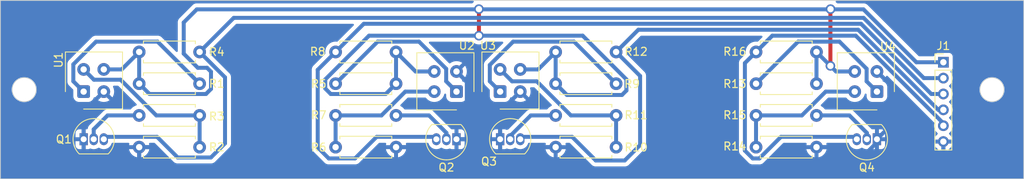
<source format=kicad_pcb>
(kicad_pcb (version 20221018) (generator pcbnew)
  (layers (0 "F.Cu" signal) (31 "B.Cu" signal) (34 "B.Paste" user) (35 "F.Paste" user) (36 "B.SilkS" user "B.Silkscreen") (37 "F.SilkS" user "F.Silkscreen") (38 "B.Mask" user) (39 "F.Mask" user) (44 "Edge.Cuts" user))
  (net 0 "")
  (net 1 "+5V")
  (net 2 "/S1")
  (net 3 "/S2")
  (net 4 "/S3")
  (net 5 "/S4")
  (net 6 "GND")
  (net 7 "Net-(Q1-B)")
  (net 8 "Net-(Q2-B)")
  (net 9 "Net-(Q3-B)")
  (net 10 "Net-(Q4-B)")
  (net 11 "Net-(U1-A)")
  (net 12 "Net-(U1-E)")
  (net 13 "Net-(U2-A)")
  (net 14 "Net-(U2-E)")
  (net 15 "Net-(U3-A)")
  (net 16 "Net-(U3-E)")
  (net 17 "Net-(U4-A)")
  (net 18 "Net-(U4-E)")
  (footprint "Resistor_THT:R_Axial_DIN0207_L6.3mm_D2.5mm_P7.62mm_Horizontal" (layer "F.Cu") (at 154.994 95.313)
    (fp_text reference "R9" (at 9.631 0.027) (layer "F.SilkS"))
    (fp_text value "R")
    (fp_line (start 0.54 -1.37) (end 7.08 -1.37) (stroke (width 0.12)) (layer "F.SilkS"))
    (fp_line (start 0.54 -1.04) (end 0.54 -1.37) (stroke (width 0.12)) (layer "F.SilkS"))
    (fp_line (start 0.54 1.04) (end 0.54 1.37) (stroke (width 0.12)) (layer "F.SilkS"))
    (fp_line (start 0.54 1.37) (end 7.08 1.37) (stroke (width 0.12)) (layer "F.SilkS"))
    (fp_line (start 7.08 -1.37) (end 7.08 -1.04) (stroke (width 0.12)) (layer "F.SilkS"))
    (fp_line (start 7.08 1.37) (end 7.08 1.04) (stroke (width 0.12)) (layer "F.SilkS"))
    (pad "1" thru_hole circle (at 0 0) (size 1.6 1.6) (drill 0.8) (layers "*.Cu" "*.Mask") (net 1 "+5V"))
    (pad "2" thru_hole oval (at 7.62 0) (size 1.6 1.6) (drill 0.8) (layers "*.Cu" "*.Mask") (net 15 "Net-(U3-A)"))
  )
  (footprint "Connector_PinHeader_2.00mm:PinHeader_1x06_P2.00mm_Vertical" (layer "F.Cu") (at 203.868 92.61)
    (fp_text reference "J1" (at 0 -2.06) (layer "F.SilkS"))
    (fp_text value "Out")
    (fp_line (start -1.06 -1.06) (end 0 -1.06) (stroke (width 0.12)) (layer "F.SilkS"))
    (fp_line (start -1.06 0) (end -1.06 -1.06) (stroke (width 0.12)) (layer "F.SilkS"))
    (fp_line (start -1.06 1) (end -1.06 11.06) (stroke (width 0.12)) (layer "F.SilkS"))
    (fp_line (start -1.06 1) (end 1.06 1) (stroke (width 0.12)) (layer "F.SilkS"))
    (fp_line (start -1.06 11.06) (end 1.06 11.06) (stroke (width 0.12)) (layer "F.SilkS"))
    (fp_line (start 1.06 1) (end 1.06 11.06) (stroke (width 0.12)) (layer "F.SilkS"))
    (pad "1" thru_hole rect (at 0 0) (size 1.35 1.35) (drill 0.8) (layers "*.Cu" "*.Mask") (net 1 "+5V"))
    (pad "2" thru_hole oval (at 0 2) (size 1.35 1.35) (drill 0.8) (layers "*.Cu" "*.Mask") (net 2 "/S1"))
    (pad "3" thru_hole oval (at 0 4) (size 1.35 1.35) (drill 0.8) (layers "*.Cu" "*.Mask") (net 3 "/S2"))
    (pad "4" thru_hole oval (at 0 6) (size 1.35 1.35) (drill 0.8) (layers "*.Cu" "*.Mask") (net 4 "/S3"))
    (pad "5" thru_hole oval (at 0 8) (size 1.35 1.35) (drill 0.8) (layers "*.Cu" "*.Mask") (net 5 "/S4"))
    (pad "6" thru_hole oval (at 0 10) (size 1.35 1.35) (drill 0.8) (layers "*.Cu" "*.Mask") (net 6 "GND"))
  )
  (footprint "Package_TO_SOT_THT:TO-92_Inline" (layer "F.Cu") (at 147.994 102.313)
    (fp_text reference "Q3" (at -1.403 2.806) (layer "F.SilkS"))
    (fp_text value "2N3904")
    (fp_line (start -0.53 1.85) (end 3.07 1.85) (stroke (width 0.12)) (layer "F.SilkS"))
    (fp_arc (start -0.568478 1.838478) (mid -1.132087 -0.994977) (end 1.27 -2.6) (stroke (width 0.12)) (layer "F.SilkS"))
    (fp_arc (start 1.27 -2.6) (mid 3.672087 -0.994977) (end 3.108478 1.838478) (stroke (width 0.12)) (layer "F.SilkS"))
    (pad "1" thru_hole rect (at 0 0) (size 1.05 1.5) (drill 0.75) (layers "*.Cu" "*.Mask") (net 6 "GND"))
    (pad "2" thru_hole oval (at 1.27 0) (size 1.05 1.5) (drill 0.75) (layers "*.Cu" "*.Mask") (net 9 "Net-(Q3-B)"))
    (pad "3" thru_hole oval (at 2.54 0) (size 1.05 1.5) (drill 0.75) (layers "*.Cu" "*.Mask") (net 4 "/S3"))
  )
  (footprint "Resistor_THT:R_Axial_DIN0207_L6.3mm_D2.5mm_P7.62mm_Horizontal" (layer "F.Cu") (at 127.254 99.313)
    (fp_text reference "R7" (at -2.126 -0.036) (layer "F.SilkS"))
    (fp_text value "R")
    (fp_line (start 0.54 -1.37) (end 7.08 -1.37) (stroke (width 0.12)) (layer "F.SilkS"))
    (fp_line (start 0.54 -1.04) (end 0.54 -1.37) (stroke (width 0.12)) (layer "F.SilkS"))
    (fp_line (start 0.54 1.04) (end 0.54 1.37) (stroke (width 0.12)) (layer "F.SilkS"))
    (fp_line (start 0.54 1.37) (end 7.08 1.37) (stroke (width 0.12)) (layer "F.SilkS"))
    (fp_line (start 7.08 -1.37) (end 7.08 -1.04) (stroke (width 0.12)) (layer "F.SilkS"))
    (fp_line (start 7.08 1.37) (end 7.08 1.04) (stroke (width 0.12)) (layer "F.SilkS"))
    (pad "1" thru_hole circle (at 0 0) (size 1.6 1.6) (drill 0.8) (layers "*.Cu" "*.Mask") (net 14 "Net-(U2-E)"))
    (pad "2" thru_hole oval (at 7.62 0) (size 1.6 1.6) (drill 0.8) (layers "*.Cu" "*.Mask") (net 8 "Net-(Q2-B)"))
  )
  (footprint "Resistor_THT:R_Axial_DIN0207_L6.3mm_D2.5mm_P7.62mm_Horizontal" (layer "F.Cu") (at 134.874 95.313 180)
    (fp_text reference "R5" (at 9.746 -0.027) (layer "F.SilkS"))
    (fp_text value "R")
    (fp_line (start 0.54 -1.37) (end 7.08 -1.37) (stroke (width 0.12)) (layer "F.SilkS"))
    (fp_line (start 0.54 -1.04) (end 0.54 -1.37) (stroke (width 0.12)) (layer "F.SilkS"))
    (fp_line (start 0.54 1.04) (end 0.54 1.37) (stroke (width 0.12)) (layer "F.SilkS"))
    (fp_line (start 0.54 1.37) (end 7.08 1.37) (stroke (width 0.12)) (layer "F.SilkS"))
    (fp_line (start 7.08 -1.37) (end 7.08 -1.04) (stroke (width 0.12)) (layer "F.SilkS"))
    (fp_line (start 7.08 1.37) (end 7.08 1.04) (stroke (width 0.12)) (layer "F.SilkS"))
    (pad "1" thru_hole circle (at 0 0 180) (size 1.6 1.6) (drill 0.8) (layers "*.Cu" "*.Mask") (net 1 "+5V"))
    (pad "2" thru_hole oval (at 7.62 0 180) (size 1.6 1.6) (drill 0.8) (layers "*.Cu" "*.Mask") (net 13 "Net-(U2-A)"))
  )
  (footprint "Resistor_THT:R_Axial_DIN0207_L6.3mm_D2.5mm_P7.62mm_Horizontal" (layer "F.Cu") (at 127.254 103.313)
    (fp_text reference "R6" (at -2.126 0.028) (layer "F.SilkS"))
    (fp_text value "R")
    (fp_line (start 0.54 -1.37) (end 7.08 -1.37) (stroke (width 0.12)) (layer "F.SilkS"))
    (fp_line (start 0.54 -1.04) (end 0.54 -1.37) (stroke (width 0.12)) (layer "F.SilkS"))
    (fp_line (start 0.54 1.04) (end 0.54 1.37) (stroke (width 0.12)) (layer "F.SilkS"))
    (fp_line (start 0.54 1.37) (end 7.08 1.37) (stroke (width 0.12)) (layer "F.SilkS"))
    (fp_line (start 7.08 -1.37) (end 7.08 -1.04) (stroke (width 0.12)) (layer "F.SilkS"))
    (fp_line (start 7.08 1.37) (end 7.08 1.04) (stroke (width 0.12)) (layer "F.SilkS"))
    (pad "1" thru_hole circle (at 0 0) (size 1.6 1.6) (drill 0.8) (layers "*.Cu" "*.Mask") (net 14 "Net-(U2-E)"))
    (pad "2" thru_hole oval (at 7.62 0) (size 1.6 1.6) (drill 0.8) (layers "*.Cu" "*.Mask") (net 6 "GND"))
  )
  (footprint "Package_TO_SOT_THT:TO-92_Inline" (layer "F.Cu") (at 95.494 102.313)
    (fp_text reference "Q1" (at -2.497 0.012) (layer "F.SilkS"))
    (fp_text value "2N3904")
    (fp_line (start -0.53 1.85) (end 3.07 1.85) (stroke (width 0.12)) (layer "F.SilkS"))
    (fp_arc (start -0.568478 1.838478) (mid -1.132087 -0.994977) (end 1.27 -2.6) (stroke (width 0.12)) (layer "F.SilkS"))
    (fp_arc (start 1.27 -2.6) (mid 3.672087 -0.994977) (end 3.108478 1.838478) (stroke (width 0.12)) (layer "F.SilkS"))
    (pad "1" thru_hole rect (at 0 0) (size 1.05 1.5) (drill 0.75) (layers "*.Cu" "*.Mask") (net 6 "GND"))
    (pad "2" thru_hole oval (at 1.27 0) (size 1.05 1.5) (drill 0.75) (layers "*.Cu" "*.Mask") (net 7 "Net-(Q1-B)"))
    (pad "3" thru_hole oval (at 2.54 0) (size 1.05 1.5) (drill 0.75) (layers "*.Cu" "*.Mask") (net 2 "/S1"))
  )
  (footprint "Resistor_THT:R_Axial_DIN0207_L6.3mm_D2.5mm_P7.62mm_Horizontal" (layer "F.Cu") (at 134.874 91.313 180)
    (fp_text reference "R8" (at 9.873 0.037) (layer "F.SilkS"))
    (fp_text value "R")
    (fp_line (start 0.54 -1.37) (end 7.08 -1.37) (stroke (width 0.12)) (layer "F.SilkS"))
    (fp_line (start 0.54 -1.04) (end 0.54 -1.37) (stroke (width 0.12)) (layer "F.SilkS"))
    (fp_line (start 0.54 1.04) (end 0.54 1.37) (stroke (width 0.12)) (layer "F.SilkS"))
    (fp_line (start 0.54 1.37) (end 7.08 1.37) (stroke (width 0.12)) (layer "F.SilkS"))
    (fp_line (start 7.08 -1.37) (end 7.08 -1.04) (stroke (width 0.12)) (layer "F.SilkS"))
    (fp_line (start 7.08 1.37) (end 7.08 1.04) (stroke (width 0.12)) (layer "F.SilkS"))
    (pad "1" thru_hole circle (at 0 0 180) (size 1.6 1.6) (drill 0.8) (layers "*.Cu" "*.Mask") (net 1 "+5V"))
    (pad "2" thru_hole oval (at 7.62 0 180) (size 1.6 1.6) (drill 0.8) (layers "*.Cu" "*.Mask") (net 3 "/S2"))
  )
  (footprint "Resistor_THT:R_Axial_DIN0207_L6.3mm_D2.5mm_P7.62mm_Horizontal" (layer "F.Cu") (at 180.254 99.313)
    (fp_text reference "R15" (at -2.675 -0.036) (layer "F.SilkS"))
    (fp_text value "R")
    (fp_line (start 0.54 -1.37) (end 7.08 -1.37) (stroke (width 0.12)) (layer "F.SilkS"))
    (fp_line (start 0.54 -1.04) (end 0.54 -1.37) (stroke (width 0.12)) (layer "F.SilkS"))
    (fp_line (start 0.54 1.04) (end 0.54 1.37) (stroke (width 0.12)) (layer "F.SilkS"))
    (fp_line (start 0.54 1.37) (end 7.08 1.37) (stroke (width 0.12)) (layer "F.SilkS"))
    (fp_line (start 7.08 -1.37) (end 7.08 -1.04) (stroke (width 0.12)) (layer "F.SilkS"))
    (fp_line (start 7.08 1.37) (end 7.08 1.04) (stroke (width 0.12)) (layer "F.SilkS"))
    (pad "1" thru_hole circle (at 0 0) (size 1.6 1.6) (drill 0.8) (layers "*.Cu" "*.Mask") (net 18 "Net-(U4-E)"))
    (pad "2" thru_hole oval (at 7.62 0) (size 1.6 1.6) (drill 0.8) (layers "*.Cu" "*.Mask") (net 10 "Net-(Q4-B)"))
  )
  (footprint "Resistor_THT:R_Axial_DIN0207_L6.3mm_D2.5mm_P7.62mm_Horizontal" (layer "F.Cu") (at 162.614 99.313 180)
    (fp_text reference "R11" (at -2.519 0.036) (layer "F.SilkS"))
    (fp_text value "R")
    (fp_line (start 0.54 -1.37) (end 7.08 -1.37) (stroke (width 0.12)) (layer "F.SilkS"))
    (fp_line (start 0.54 -1.04) (end 0.54 -1.37) (stroke (width 0.12)) (layer "F.SilkS"))
    (fp_line (start 0.54 1.04) (end 0.54 1.37) (stroke (width 0.12)) (layer "F.SilkS"))
    (fp_line (start 0.54 1.37) (end 7.08 1.37) (stroke (width 0.12)) (layer "F.SilkS"))
    (fp_line (start 7.08 -1.37) (end 7.08 -1.04) (stroke (width 0.12)) (layer "F.SilkS"))
    (fp_line (start 7.08 1.37) (end 7.08 1.04) (stroke (width 0.12)) (layer "F.SilkS"))
    (pad "1" thru_hole circle (at 0 0 180) (size 1.6 1.6) (drill 0.8) (layers "*.Cu" "*.Mask") (net 16 "Net-(U3-E)"))
    (pad "2" thru_hole oval (at 7.62 0 180) (size 1.6 1.6) (drill 0.8) (layers "*.Cu" "*.Mask") (net 9 "Net-(Q3-B)"))
  )
  (footprint "Resistor_THT:R_Axial_DIN0207_L6.3mm_D2.5mm_P7.62mm_Horizontal" (layer "F.Cu") (at 102.494 95.313)
    (fp_text reference "R1" (at 9.779 0) (layer "F.SilkS"))
    (fp_text value "R")
    (fp_line (start 0.54 -1.37) (end 7.08 -1.37) (stroke (width 0.12)) (layer "F.SilkS"))
    (fp_line (start 0.54 -1.04) (end 0.54 -1.37) (stroke (width 0.12)) (layer "F.SilkS"))
    (fp_line (start 0.54 1.04) (end 0.54 1.37) (stroke (width 0.12)) (layer "F.SilkS"))
    (fp_line (start 0.54 1.37) (end 7.08 1.37) (stroke (width 0.12)) (layer "F.SilkS"))
    (fp_line (start 7.08 -1.37) (end 7.08 -1.04) (stroke (width 0.12)) (layer "F.SilkS"))
    (fp_line (start 7.08 1.37) (end 7.08 1.04) (stroke (width 0.12)) (layer "F.SilkS"))
    (pad "1" thru_hole circle (at 0 0) (size 1.6 1.6) (drill 0.8) (layers "*.Cu" "*.Mask") (net 1 "+5V"))
    (pad "2" thru_hole oval (at 7.62 0) (size 1.6 1.6) (drill 0.8) (layers "*.Cu" "*.Mask") (net 11 "Net-(U1-A)"))
  )
  (footprint "Resistor_THT:R_Axial_DIN0207_L6.3mm_D2.5mm_P7.62mm_Horizontal" (layer "F.Cu") (at 110.114 99.313 180)
    (fp_text reference "R3" (at -2.159 -0.127) (layer "F.SilkS"))
    (fp_text value "R")
    (fp_line (start 0.54 -1.37) (end 7.08 -1.37) (stroke (width 0.12)) (layer "F.SilkS"))
    (fp_line (start 0.54 -1.04) (end 0.54 -1.37) (stroke (width 0.12)) (layer "F.SilkS"))
    (fp_line (start 0.54 1.04) (end 0.54 1.37) (stroke (width 0.12)) (layer "F.SilkS"))
    (fp_line (start 0.54 1.37) (end 7.08 1.37) (stroke (width 0.12)) (layer "F.SilkS"))
    (fp_line (start 7.08 -1.37) (end 7.08 -1.04) (stroke (width 0.12)) (layer "F.SilkS"))
    (fp_line (start 7.08 1.37) (end 7.08 1.04) (stroke (width 0.12)) (layer "F.SilkS"))
    (pad "1" thru_hole circle (at 0 0 180) (size 1.6 1.6) (drill 0.8) (layers "*.Cu" "*.Mask") (net 12 "Net-(U1-E)"))
    (pad "2" thru_hole oval (at 7.62 0 180) (size 1.6 1.6) (drill 0.8) (layers "*.Cu" "*.Mask") (net 7 "Net-(Q1-B)"))
  )
  (footprint "OptoDevice:Vishay_CNY70" (layer "F.Cu") (at 142.494 96.313 180)
    (fp_text reference "U2" (at -1.303 5.799) (layer "F.SilkS"))
    (fp_text value "CNY70")
    (fp_line (start -2.2 0) (end -2.2 4.9) (stroke (width 0.12)) (layer "F.SilkS"))
    (fp_line (start -2.2 4.9) (end 5 4.9) (stroke (width 0.12)) (layer "F.SilkS"))
    (fp_line (start 5 -2.3) (end 0 -2.3) (stroke (width 0.12)) (layer "F.SilkS"))
    (fp_line (start 5 4.9) (end 5 -2.3) (stroke (width 0.12)) (layer "F.SilkS"))
    (pad "1" thru_hole roundrect (at 0 0 180) (size 1.6 1.6) (drill 0.8) (layers "*.Cu" "*.Mask") (roundrect_rratio 0.156) (net 13 "Net-(U2-A)"))
    (pad "2" thru_hole circle (at 0 2.54 180) (size 1.6 1.6) (drill 0.8) (layers "*.Cu" "*.Mask") (net 6 "GND"))
    (pad "3" thru_hole circle (at 2.8 2.54 180) (size 1.6 1.6) (drill 0.8) (layers "*.Cu" "*.Mask") (net 1 "+5V"))
    (pad "4" thru_hole circle (at 2.8 0 180) (size 1.6 1.6) (drill 0.8) (layers "*.Cu" "*.Mask") (net 14 "Net-(U2-E)"))
  )
  (footprint "Resistor_THT:R_Axial_DIN0207_L6.3mm_D2.5mm_P7.62mm_Horizontal" (layer "F.Cu") (at 187.874 91.313 180)
    (fp_text reference "R16" (at 10.295 0.037) (layer "F.SilkS"))
    (fp_text value "R")
    (fp_line (start 0.54 -1.37) (end 7.08 -1.37) (stroke (width 0.12)) (layer "F.SilkS"))
    (fp_line (start 0.54 -1.04) (end 0.54 -1.37) (stroke (width 0.12)) (layer "F.SilkS"))
    (fp_line (start 0.54 1.04) (end 0.54 1.37) (stroke (width 0.12)) (layer "F.SilkS"))
    (fp_line (start 0.54 1.37) (end 7.08 1.37) (stroke (width 0.12)) (layer "F.SilkS"))
    (fp_line (start 7.08 -1.37) (end 7.08 -1.04) (stroke (width 0.12)) (layer "F.SilkS"))
    (fp_line (start 7.08 1.37) (end 7.08 1.04) (stroke (width 0.12)) (layer "F.SilkS"))
    (pad "1" thru_hole circle (at 0 0 180) (size 1.6 1.6) (drill 0.8) (layers "*.Cu" "*.Mask") (net 1 "+5V"))
    (pad "2" thru_hole oval (at 7.62 0 180) (size 1.6 1.6) (drill 0.8) (layers "*.Cu" "*.Mask") (net 5 "/S4"))
  )
  (footprint "OptoDevice:Vishay_CNY70" (layer "F.Cu") (at 147.994 96.313 90)
    (fp_text reference "U3" (at 5.799 -1.53 180) (layer "F.SilkS"))
    (fp_text value "CNY70")
    (fp_line (start -2.2 0) (end -2.2 4.9) (stroke (width 0.12)) (layer "F.SilkS"))
    (fp_line (start -2.2 4.9) (end 5 4.9) (stroke (width 0.12)) (layer "F.SilkS"))
    (fp_line (start 5 -2.3) (end 0 -2.3) (stroke (width 0.12)) (layer "F.SilkS"))
    (fp_line (start 5 4.9) (end 5 -2.3) (stroke (width 0.12)) (layer "F.SilkS"))
    (pad "1" thru_hole roundrect (at 0 0 90) (size 1.6 1.6) (drill 0.8) (layers "*.Cu" "*.Mask") (roundrect_rratio 0.156) (net 15 "Net-(U3-A)"))
    (pad "2" thru_hole circle (at 0 2.54 90) (size 1.6 1.6) (drill 0.8) (layers "*.Cu" "*.Mask") (net 6 "GND"))
    (pad "3" thru_hole circle (at 2.8 2.54 90) (size 1.6 1.6) (drill 0.8) (layers "*.Cu" "*.Mask") (net 1 "+5V"))
    (pad "4" thru_hole circle (at 2.8 0 90) (size 1.6 1.6) (drill 0.8) (layers "*.Cu" "*.Mask") (net 16 "Net-(U3-E)"))
  )
  (footprint "Resistor_THT:R_Axial_DIN0207_L6.3mm_D2.5mm_P7.62mm_Horizontal" (layer "F.Cu") (at 154.994 91.313)
    (fp_text reference "R12" (at 10.139 -0.037) (layer "F.SilkS"))
    (fp_text value "R")
    (fp_line (start 0.54 -1.37) (end 7.08 -1.37) (stroke (width 0.12)) (layer "F.SilkS"))
    (fp_line (start 0.54 -1.04) (end 0.54 -1.37) (stroke (width 0.12)) (layer "F.SilkS"))
    (fp_line (start 0.54 1.04) (end 0.54 1.37) (stroke (width 0.12)) (layer "F.SilkS"))
    (fp_line (start 0.54 1.37) (end 7.08 1.37) (stroke (width 0.12)) (layer "F.SilkS"))
    (fp_line (start 7.08 -1.37) (end 7.08 -1.04) (stroke (width 0.12)) (layer "F.SilkS"))
    (fp_line (start 7.08 1.37) (end 7.08 1.04) (stroke (width 0.12)) (layer "F.SilkS"))
    (pad "1" thru_hole circle (at 0 0) (size 1.6 1.6) (drill 0.8) (layers "*.Cu" "*.Mask") (net 1 "+5V"))
    (pad "2" thru_hole oval (at 7.62 0) (size 1.6 1.6) (drill 0.8) (layers "*.Cu" "*.Mask") (net 4 "/S3"))
  )
  (footprint "Package_TO_SOT_THT:TO-92_Inline" (layer "F.Cu") (at 142.494 102.313 180)
    (fp_text reference "Q2" (at 1.27 -3.56) (layer "F.SilkS"))
    (fp_text value "2N3904")
    (fp_line (start -0.53 1.85) (end 3.07 1.85) (stroke (width 0.12)) (layer "F.SilkS"))
    (fp_arc (start -0.568478 1.838478) (mid -1.132087 -0.994977) (end 1.27 -2.6) (stroke (width 0.12)) (layer "F.SilkS"))
    (fp_arc (start 1.27 -2.6) (mid 3.672087 -0.994977) (end 3.108478 1.838478) (stroke (width 0.12)) (layer "F.SilkS"))
    (pad "1" thru_hole rect (at 0 0 180) (size 1.05 1.5) (drill 0.75) (layers "*.Cu" "*.Mask") (net 6 "GND"))
    (pad "2" thru_hole oval (at 1.27 0 180) (size 1.05 1.5) (drill 0.75) (layers "*.Cu" "*.Mask") (net 8 "Net-(Q2-B)"))
    (pad "3" thru_hole oval (at 2.54 0 180) (size 1.05 1.5) (drill 0.75) (layers "*.Cu" "*.Mask") (net 3 "/S2"))
  )
  (footprint "Resistor_THT:R_Axial_DIN0207_L6.3mm_D2.5mm_P7.62mm_Horizontal" (layer "F.Cu") (at 187.874 95.313 180)
    (fp_text reference "R13" (at 10.295 -0.027) (layer "F.SilkS"))
    (fp_text value "R")
    (fp_line (start 0.54 -1.37) (end 7.08 -1.37) (stroke (width 0.12)) (layer "F.SilkS"))
    (fp_line (start 0.54 -1.04) (end 0.54 -1.37) (stroke (width 0.12)) (layer "F.SilkS"))
    (fp_line (start 0.54 1.04) (end 0.54 1.37) (stroke (width 0.12)) (layer "F.SilkS"))
    (fp_line (start 0.54 1.37) (end 7.08 1.37) (stroke (width 0.12)) (layer "F.SilkS"))
    (fp_line (start 7.08 -1.37) (end 7.08 -1.04) (stroke (width 0.12)) (layer "F.SilkS"))
    (fp_line (start 7.08 1.37) (end 7.08 1.04) (stroke (width 0.12)) (layer "F.SilkS"))
    (pad "1" thru_hole circle (at 0 0 180) (size 1.6 1.6) (drill 0.8) (layers "*.Cu" "*.Mask") (net 1 "+5V"))
    (pad "2" thru_hole oval (at 7.62 0 180) (size 1.6 1.6) (drill 0.8) (layers "*.Cu" "*.Mask") (net 17 "Net-(U4-A)"))
  )
  (footprint "Resistor_THT:R_Axial_DIN0207_L6.3mm_D2.5mm_P7.62mm_Horizontal" (layer "F.Cu") (at 102.494 91.313)
    (fp_text reference "R4" (at 9.779 0) (layer "F.SilkS"))
    (fp_text value "R")
    (fp_line (start 0.54 -1.37) (end 7.08 -1.37) (stroke (width 0.12)) (layer "F.SilkS"))
    (fp_line (start 0.54 -1.04) (end 0.54 -1.37) (stroke (width 0.12)) (layer "F.SilkS"))
    (fp_line (start 0.54 1.04) (end 0.54 1.37) (stroke (width 0.12)) (layer "F.SilkS"))
    (fp_line (start 0.54 1.37) (end 7.08 1.37) (stroke (width 0.12)) (layer "F.SilkS"))
    (fp_line (start 7.08 -1.37) (end 7.08 -1.04) (stroke (width 0.12)) (layer "F.SilkS"))
    (fp_line (start 7.08 1.37) (end 7.08 1.04) (stroke (width 0.12)) (layer "F.SilkS"))
    (pad "1" thru_hole circle (at 0 0) (size 1.6 1.6) (drill 0.8) (layers "*.Cu" "*.Mask") (net 1 "+5V"))
    (pad "2" thru_hole oval (at 7.62 0) (size 1.6 1.6) (drill 0.8) (layers "*.Cu" "*.Mask") (net 2 "/S1"))
  )
  (footprint "OptoDevice:Vishay_CNY70" (layer "F.Cu") (at 95.494 96.313 90)
    (fp_text reference "U1" (at 3.984 -3.165 90) (layer "F.SilkS"))
    (fp_text value "CNY70")
    (fp_line (start -2.2 0) (end -2.2 4.9) (stroke (width 0.12)) (layer "F.SilkS"))
    (fp_line (start -2.2 4.9) (end 5 4.9) (stroke (width 0.12)) (layer "F.SilkS"))
    (fp_line (start 5 -2.3) (end 0 -2.3) (stroke (width 0.12)) (layer "F.SilkS"))
    (fp_line (start 5 4.9) (end 5 -2.3) (stroke (width 0.12)) (layer "F.SilkS"))
    (pad "1" thru_hole roundrect (at 0 0 90) (size 1.6 1.6) (drill 0.8) (layers "*.Cu" "*.Mask") (roundrect_rratio 0.156) (net 11 "Net-(U1-A)"))
    (pad "2" thru_hole circle (at 0 2.54 90) (size 1.6 1.6) (drill 0.8) (layers "*.Cu" "*.Mask") (net 6 "GND"))
    (pad "3" thru_hole circle (at 2.8 2.54 90) (size 1.6 1.6) (drill 0.8) (layers "*.Cu" "*.Mask") (net 1 "+5V"))
    (pad "4" thru_hole circle (at 2.8 0 90) (size 1.6 1.6) (drill 0.8) (layers "*.Cu" "*.Mask") (net 12 "Net-(U1-E)"))
  )
  (footprint "Resistor_THT:R_Axial_DIN0207_L6.3mm_D2.5mm_P7.62mm_Horizontal" (layer "F.Cu") (at 162.614 103.313 180)
    (fp_text reference "R10" (at -2.519 -0.028) (layer "F.SilkS"))
    (fp_text value "R")
    (fp_line (start 0.54 -1.37) (end 7.08 -1.37) (stroke (width 0.12)) (layer "F.SilkS"))
    (fp_line (start 0.54 -1.04) (end 0.54 -1.37) (stroke (width 0.12)) (layer "F.SilkS"))
    (fp_line (start 0.54 1.04) (end 0.54 1.37) (stroke (width 0.12)) (layer "F.SilkS"))
    (fp_line (start 0.54 1.37) (end 7.08 1.37) (stroke (width 0.12)) (layer "F.SilkS"))
    (fp_line (start 7.08 -1.37) (end 7.08 -1.04) (stroke (width 0.12)) (layer "F.SilkS"))
    (fp_line (start 7.08 1.37) (end 7.08 1.04) (stroke (width 0.12)) (layer "F.SilkS"))
    (pad "1" thru_hole circle (at 0 0 180) (size 1.6 1.6) (drill 0.8) (layers "*.Cu" "*.Mask") (net 16 "Net-(U3-E)"))
    (pad "2" thru_hole oval (at 7.62 0 180) (size 1.6 1.6) (drill 0.8) (layers "*.Cu" "*.Mask") (net 6 "GND"))
  )
  (footprint "Resistor_THT:R_Axial_DIN0207_L6.3mm_D2.5mm_P7.62mm_Horizontal" (layer "F.Cu") (at 110.114 103.313 180)
    (fp_text reference "R2" (at -2.159 0) (layer "F.SilkS"))
    (fp_text value "R")
    (fp_line (start 0.54 -1.37) (end 7.08 -1.37) (stroke (width 0.12)) (layer "F.SilkS"))
    (fp_line (start 0.54 -1.04) (end 0.54 -1.37) (stroke (width 0.12)) (layer "F.SilkS"))
    (fp_line (start 0.54 1.04) (end 0.54 1.37) (stroke (width 0.12)) (layer "F.SilkS"))
    (fp_line (start 0.54 1.37) (end 7.08 1.37) (stroke (width 0.12)) (layer "F.SilkS"))
    (fp_line (start 7.08 -1.37) (end 7.08 -1.04) (stroke (width 0.12)) (layer "F.SilkS"))
    (fp_line (start 7.08 1.37) (end 7.08 1.04) (stroke (width 0.12)) (layer "F.SilkS"))
    (pad "1" thru_hole circle (at 0 0 180) (size 1.6 1.6) (drill 0.8) (layers "*.Cu" "*.Mask") (net 12 "Net-(U1-E)"))
    (pad "2" thru_hole oval (at 7.62 0 180) (size 1.6 1.6) (drill 0.8) (layers "*.Cu" "*.Mask") (net 6 "GND"))
  )
  (footprint "Package_TO_SOT_THT:TO-92_Inline" (layer "F.Cu") (at 195.494 102.313 180)
    (fp_text reference "Q4" (at 1.27 -3.56) (layer "F.SilkS"))
    (fp_text value "2N3904")
    (fp_line (start -0.53 1.85) (end 3.07 1.85) (stroke (width 0.12)) (layer "F.SilkS"))
    (fp_arc (start -0.568478 1.838478) (mid -1.132087 -0.994977) (end 1.27 -2.6) (stroke (width 0.12)) (layer "F.SilkS"))
    (fp_arc (start 1.27 -2.6) (mid 3.672087 -0.994977) (end 3.108478 1.838478) (stroke (width 0.12)) (layer "F.SilkS"))
    (pad "1" thru_hole rect (at 0 0 180) (size 1.05 1.5) (drill 0.75) (layers "*.Cu" "*.Mask") (net 6 "GND"))
    (pad "2" thru_hole oval (at 1.27 0 180) (size 1.05 1.5) (drill 0.75) (layers "*.Cu" "*.Mask") (net 10 "Net-(Q4-B)"))
    (pad "3" thru_hole oval (at 2.54 0 180) (size 1.05 1.5) (drill 0.75) (layers "*.Cu" "*.Mask") (net 5 "/S4"))
  )
  (footprint "Resistor_THT:R_Axial_DIN0207_L6.3mm_D2.5mm_P7.62mm_Horizontal" (layer "F.Cu") (at 180.254 103.313)
    (fp_text reference "R14" (at -2.675 -0.099) (layer "F.SilkS"))
    (fp_text value "R")
    (fp_line (start 0.54 -1.37) (end 7.08 -1.37) (stroke (width 0.12)) (layer "F.SilkS"))
    (fp_line (start 0.54 -1.04) (end 0.54 -1.37) (stroke (width 0.12)) (layer "F.SilkS"))
    (fp_line (start 0.54 1.04) (end 0.54 1.37) (stroke (width 0.12)) (layer "F.SilkS"))
    (fp_line (start 0.54 1.37) (end 7.08 1.37) (stroke (width 0.12)) (layer "F.SilkS"))
    (fp_line (start 7.08 -1.37) (end 7.08 -1.04) (stroke (width 0.12)) (layer "F.SilkS"))
    (fp_line (start 7.08 1.37) (end 7.08 1.04) (stroke (width 0.12)) (layer "F.SilkS"))
    (pad "1" thru_hole circle (at 0 0) (size 1.6 1.6) (drill 0.8) (layers "*.Cu" "*.Mask") (net 18 "Net-(U4-E)"))
    (pad "2" thru_hole oval (at 7.62 0) (size 1.6 1.6) (drill 0.8) (layers "*.Cu" "*.Mask") (net 6 "GND"))
  )
  (footprint "OptoDevice:Vishay_CNY70" (layer "F.Cu") (at 195.494 96.313 180)
    (fp_text reference "U4" (at -1.389 5.672) (layer "F.SilkS"))
    (fp_text value "CNY70")
    (fp_line (start -2.2 0) (end -2.2 4.9) (stroke (width 0.12)) (layer "F.SilkS"))
    (fp_line (start -2.2 4.9) (end 5 4.9) (stroke (width 0.12)) (layer "F.SilkS"))
    (fp_line (start 5 -2.3) (end 0 -2.3) (stroke (width 0.12)) (layer "F.SilkS"))
    (fp_line (start 5 4.9) (end 5 -2.3) (stroke (width 0.12)) (layer "F.SilkS"))
    (pad "1" thru_hole roundrect (at 0 0 180) (size 1.6 1.6) (drill 0.8) (layers "*.Cu" "*.Mask") (roundrect_rratio 0.156) (net 17 "Net-(U4-A)"))
    (pad "2" thru_hole circle (at 0 2.54 180) (size 1.6 1.6) (drill 0.8) (layers "*.Cu" "*.Mask") (net 6 "GND"))
    (pad "3" thru_hole circle (at 2.8 2.54 180) (size 1.6 1.6) (drill 0.8) (layers "*.Cu" "*.Mask") (net 1 "+5V"))
    (pad "4" thru_hole circle (at 2.8 0 180) (size 1.6 1.6) (drill 0.8) (layers "*.Cu" "*.Mask") (net 18 "Net-(U4-E)"))
  )
  (gr_rect (start 85 84.813) (end 214 107.313) (stroke (width 0.1)) (fill none) (layer "Edge.Cuts"))
  (gr_circle (center 88 96.063) (end 89.52 96.063) (stroke (width 0.1)) (fill none) (layer "Edge.Cuts"))
  (gr_circle (center 210 96.063) (end 211.52 96.063) (stroke (width 0.1)) (fill none) (layer "Edge.Cuts"))
  (segment (start 189.6295 93.0685) (end 189.6295 85.928) (width 0.5) (layer "F.Cu") (net 1))
  (segment (start 189.6295 85.928) (end 189.644 85.9135) (width 0.5) (layer "F.Cu") (net 1))
  (segment (start 145.321 89.263) (end 145.321 85.9135) (width 0.5) (layer "F.Cu") (net 1))
  (via (at 145.321 89.263) (size 1.2) (drill 0.8) (layers "F.Cu" "B.Cu") (net 1))
  (via (at 145.321 85.9135) (size 1.2) (drill 0.8) (layers "F.Cu" "B.Cu") (net 1))
  (via (at 189.644 85.9135) (size 1.2) (drill 0.8) (layers "F.Cu" "B.Cu") (net 1))
  (via (at 189.6295 93.0685) (size 1.2) (drill 0.8) (layers "F.Cu" "B.Cu") (net 1))
  (segment (start 102.494 95.313) (end 103.794 96.613) (width 0.5) (layer "B.Cu") (net 1))
  (segment (start 108.11 91.53) (end 108.11 87.593) (width 0.5) (layer "B.Cu") (net 1))
  (segment (start 111.04834 93.308) (end 109.888 93.308) (width 0.5) (layer "B.Cu") (net 1))
  (segment (start 152.794 93.513) (end 154.994 91.313) (width 0.5) (layer "B.Cu") (net 1))
  (segment (start 163.914 96.174522) (end 163.351522 96.737) (width 0.5) (layer "B.Cu") (net 1))
  (segment (start 102.494 91.313) (end 102.494 95.313) (width 0.5) (layer "B.Cu") (net 1))
  (segment (start 100.294 93.513) (end 102.494 91.313) (width 0.5) (layer "B.Cu") (net 1))
  (segment (start 193.79732 85.942) (end 200.46532 92.61) (width 0.5) (layer "B.Cu") (net 1))
  (segment (start 125.954 94.774522) (end 131.465522 89.263) (width 0.5) (layer "B.Cu") (net 1))
  (segment (start 111.54767 93.80733) (end 111.04834 93.308) (width 0.5) (layer "B.Cu") (net 1))
  (segment (start 111.54767 95.97833) (end 111.54767 93.80733) (width 0.5) (layer "B.Cu") (net 1))
  (segment (start 189.644 85.942) (end 189.644 85.9135) (width 0.5) (layer "B.Cu") (net 1))
  (segment (start 110.913 96.613) (end 111.54767 95.97833) (width 0.5) (layer "B.Cu") (net 1))
  (segment (start 98.034 93.513) (end 100.294 93.513) (width 0.5) (layer "B.Cu") (net 1))
  (segment (start 131.465522 89.263) (end 158.402478 89.263) (width 0.5) (layer "B.Cu") (net 1))
  (segment (start 156.418 96.737) (end 154.994 95.313) (width 0.5) (layer "B.Cu") (net 1))
  (segment (start 150.534 93.513) (end 152.794 93.513) (width 0.5) (layer "B.Cu") (net 1))
  (segment (start 189.644 85.942) (end 193.79732 85.942) (width 0.5) (layer "B.Cu") (net 1))
  (segment (start 163.351522 96.737) (end 156.418 96.737) (width 0.5) (layer "B.Cu") (net 1))
  (segment (start 133.574 96.613) (end 126.643 96.613) (width 0.5) (layer "B.Cu") (net 1))
  (segment (start 187.874 91.313) (end 187.874 95.313) (width 0.5) (layer "B.Cu") (net 1))
  (segment (start 200.46532 92.61) (end 203.868 92.61) (width 0.5) (layer "B.Cu") (net 1))
  (segment (start 192.694 93.773) (end 190.334 93.773) (width 0.5) (layer "B.Cu") (net 1))
  (segment (start 134.874 91.313) (end 134.874 95.313) (width 0.5) (layer "B.Cu") (net 1))
  (segment (start 139.694 93.773) (end 137.334 93.773) (width 0.5) (layer "B.Cu") (net 1))
  (segment (start 154.994 91.313) (end 154.994 95.313) (width 0.5) (layer "B.Cu") (net 1))
  (segment (start 108.11 87.593) (end 109.761 85.942) (width 0.5) (layer "B.Cu") (net 1))
  (segment (start 134.874 95.313) (end 133.574 96.613) (width 0.5) (layer "B.Cu") (net 1))
  (segment (start 126.643 96.613) (end 125.954 95.924) (width 0.5) (layer "B.Cu") (net 1))
  (segment (start 145.321 85.942) (end 145.321 85.9135) (width 0.5) (layer "B.Cu") (net 1))
  (segment (start 137.334 93.773) (end 134.874 91.313) (width 0.5) (layer "B.Cu") (net 1))
  (segment (start 190.334 93.773) (end 187.874 91.313) (width 0.5) (layer "B.Cu") (net 1))
  (segment (start 158.402478 89.263) (end 163.914 94.774522) (width 0.5) (layer "B.Cu") (net 1))
  (segment (start 125.954 95.924) (end 125.954 94.774522) (width 0.5) (layer "B.Cu") (net 1))
  (segment (start 163.914 94.774522) (end 163.914 96.174522) (width 0.5) (layer "B.Cu") (net 1))
  (segment (start 109.761 85.942) (end 145.321 85.942) (width 0.5) (layer "B.Cu") (net 1))
  (segment (start 109.888 93.308) (end 108.11 91.53) (width 0.5) (layer "B.Cu") (net 1))
  (segment (start 103.794 96.613) (end 110.913 96.613) (width 0.5) (layer "B.Cu") (net 1))
  (segment (start 145.321 85.942) (end 189.644 85.942) (width 0.5) (layer "B.Cu") (net 1))
  (segment (start 201.40466 94.61) (end 203.868 94.61) (width 0.5) (layer "B.Cu") (net 2))
  (segment (start 114.414 87.013) (end 193.80766 87.013) (width 0.5) (layer "B.Cu") (net 2))
  (segment (start 98.034 102.313) (end 98.334 102.013) (width 0.5) (layer "B.Cu") (net 2))
  (segment (start 111.539239 104.613) (end 113.317 102.835239) (width 0.5) (layer "B.Cu") (net 2))
  (segment (start 110.114 91.313) (end 114.414 87.013) (width 0.5) (layer "B.Cu") (net 2))
  (segment (start 98.334 102.013) (end 104.75 102.013) (width 0.5) (layer "B.Cu") (net 2))
  (segment (start 193.80766 87.013) (end 201.40466 94.61) (width 0.5) (layer "B.Cu") (net 2))
  (segment (start 104.75 102.013) (end 107.35 104.613) (width 0.5) (layer "B.Cu") (net 2))
  (segment (start 107.35 104.613) (end 111.539239 104.613) (width 0.5) (layer "B.Cu") (net 2))
  (segment (start 113.317 94.516) (end 110.114 91.313) (width 0.5) (layer "B.Cu") (net 2))
  (segment (start 113.317 102.835239) (end 113.317 94.516) (width 0.5) (layer "B.Cu") (net 2))
  (segment (start 126.398 104.738) (end 125.001 103.341) (width 0.5) (layer "B.Cu") (net 3))
  (segment (start 127.254 91.313) (end 130.804 87.763) (width 0.5) (layer "B.Cu") (net 3))
  (segment (start 130.804 87.763) (end 193.497 87.763) (width 0.5) (layer "B.Cu") (net 3))
  (segment (start 125.001 93.566) (end 127.254 91.313) (width 0.5) (layer "B.Cu") (net 3))
  (segment (start 129.7 104.738) (end 126.398 104.738) (width 0.5) (layer "B.Cu") (net 3))
  (segment (start 139.654 102.013) (end 132.425 102.013) (width 0.5) (layer "B.Cu") (net 3))
  (segment (start 202.344 96.61) (end 203.868 96.61) (width 0.5) (layer "B.Cu") (net 3))
  (segment (start 132.425 102.013) (end 129.7 104.738) (width 0.5) (layer "B.Cu") (net 3))
  (segment (start 139.954 102.313) (end 139.654 102.013) (width 0.5) (layer "B.Cu") (net 3))
  (segment (start 125.001 103.341) (end 125.001 93.566) (width 0.5) (layer "B.Cu") (net 3))
  (segment (start 193.497 87.763) (end 202.344 96.61) (width 0.5) (layer "B.Cu") (net 3))
  (segment (start 165.414 88.513) (end 193.133138 88.513) (width 0.5) (layer "B.Cu") (net 4))
  (segment (start 157.074 102.013) (end 160.053 104.992) (width 0.5) (layer "B.Cu") (net 4))
  (segment (start 150.834 102.013) (end 157.074 102.013) (width 0.5) (layer "B.Cu") (net 4))
  (segment (start 163.699239 104.992) (end 165.641 103.050239) (width 0.5) (layer "B.Cu") (net 4))
  (segment (start 162.614 91.313) (end 165.414 88.513) (width 0.5) (layer "B.Cu") (net 4))
  (segment (start 165.641 94.34) (end 162.614 91.313) (width 0.5) (layer "B.Cu") (net 4))
  (segment (start 193.133138 88.513) (end 203.230138 98.61) (width 0.5) (layer "B.Cu") (net 4))
  (segment (start 203.230138 98.61) (end 203.868 98.61) (width 0.5) (layer "B.Cu") (net 4))
  (segment (start 150.534 102.313) (end 150.834 102.013) (width 0.5) (layer "B.Cu") (net 4))
  (segment (start 165.641 103.050239) (end 165.641 94.34) (width 0.5) (layer "B.Cu") (net 4))
  (segment (start 160.053 104.992) (end 163.699239 104.992) (width 0.5) (layer "B.Cu") (net 4))
  (segment (start 192.654 102.013) (end 183.392478 102.013) (width 0.5) (layer "B.Cu") (net 5))
  (segment (start 179.840522 104.738) (end 178.849 103.746478) (width 0.5) (layer "B.Cu") (net 5))
  (segment (start 203.868 100.308522) (end 203.868 100.61) (width 0.5) (layer "B.Cu") (net 5))
  (segment (start 182.304 89.263) (end 192.822478 89.263) (width 0.5) (layer "B.Cu") (net 5))
  (segment (start 180.254 91.313) (end 182.304 89.263) (width 0.5) (layer "B.Cu") (net 5))
  (segment (start 178.849 92.718) (end 180.254 91.313) (width 0.5) (layer "B.Cu") (net 5))
  (segment (start 180.667478 104.738) (end 179.840522 104.738) (width 0.5) (layer "B.Cu") (net 5))
  (segment (start 178.849 103.746478) (end 178.849 92.718) (width 0.5) (layer "B.Cu") (net 5))
  (segment (start 192.822478 89.263) (end 203.868 100.308522) (width 0.5) (layer "B.Cu") (net 5))
  (segment (start 192.954 102.313) (end 192.654 102.013) (width 0.5) (layer "B.Cu") (net 5))
  (segment (start 183.392478 102.013) (end 180.667478 104.738) (width 0.5) (layer "B.Cu") (net 5))
  (segment (start 191.389 104.521) (end 193.690569 104.521) (width 0.5) (layer "B.Cu") (net 6))
  (segment (start 202.614 105.742) (end 190.279 105.742) (width 0.5) (layer "B.Cu") (net 6))
  (segment (start 142.190785 104.112999) (end 137.273997 104.112999) (width 0.5) (layer "B.Cu") (net 6))
  (segment (start 193.690569 104.521) (end 195.494 102.717569) (width 0.5) (layer "B.Cu") (net 6))
  (segment (start 95.494 104.384) (end 96.901 105.791) (width 0.5) (layer "B.Cu") (net 6))
  (segment (start 101.727 105.791) (end 102.494 105.024) (width 0.5) (layer "B.Cu") (net 6))
  (segment (start 195.494 102.313) (end 197.231 100.576) (width 0.5) (layer "B.Cu") (net 6))
  (segment (start 197.231 95.51) (end 195.494 93.773) (width 0.5) (layer "B.Cu") (net 6))
  (segment (start 149.013999 104.112999) (end 148.181999 104.112999) (width 0.5) (layer "B.Cu") (net 6))
  (segment (start 102.494 105.024) (end 102.494 103.313) (width 0.5) (layer "B.Cu") (net 6))
  (segment (start 137.32 105.742) (end 106.504 105.742) (width 0.5) (layer "B.Cu") (net 6))
  (segment (start 147.994 102.313) (end 147.994 98.853) (width 0.5) (layer "B.Cu") (net 6))
  (segment (start 143.686 102.313) (end 143.794 102.205) (width 0.5) (layer "B.Cu") (net 6))
  (segment (start 189.722 106.299) (end 151.212 106.299) (width 0.5) (layer "B.Cu") (net 6))
  (segment (start 190.279 105.631) (end 191.389 104.521) (width 0.5) (layer "B.Cu") (net 6))
  (segment (start 187.874 103.313) (end 190.181 103.313) (width 0.5) (layer "B.Cu") (net 6))
  (segment (start 151.212 106.299) (end 150.655 105.742) (width 0.5) (layer "B.Cu") (net 6))
  (segment (start 149.025999 104.112999) (end 150.655 105.742) (width 0.5) (layer "B.Cu") (net 6))
  (segment (start 142.494 102.313) (end 142.494 103.809784) (width 0.5) (layer "B.Cu") (net 6))
  (segment (start 152.173001 104.112999) (end 149.013999 104.112999) (width 0.5) (layer "B.Cu") (net 6))
  (segment (start 95.494 102.313) (end 95.494 98.853) (width 0.5) (layer "B.Cu") (net 6))
  (segment (start 104.075 103.313) (end 102.494 103.313) (width 0.5) (layer "B.Cu") (net 6))
  (segment (start 137.273997 104.112999) (end 136.473998 103.313) (width 0.5) (layer "B.Cu") (net 6))
  (segment (start 190.279 105.742) (end 190.279 105.631) (width 0.5) (layer "B.Cu") (net 6))
  (segment (start 150.655 105.742) (end 138.938 105.742) (width 0.5) (layer "B.Cu") (net 6))
  (segment (start 190.181 103.313) (end 191.389 104.521) (width 0.5) (layer "B.Cu") (net 6))
  (segment (start 142.494 103.809784) (end 142.190785 104.112999) (width 0.5) (layer "B.Cu") (net 6))
  (segment (start 143.794 102.205) (end 143.794 95.073) (width 0.5) (layer "B.Cu") (net 6))
  (segment (start 147.994 103.925) (end 147.994 102.313) (width 0.5) (layer "B.Cu") (net 6))
  (segment (start 147.994 98.853) (end 150.534 96.313) (width 0.5) (layer "B.Cu") (net 6))
  (segment (start 106.504 105.742) (end 104.075 103.313) (width 0.5) (layer "B.Cu") (net 6))
  (segment (start 137.273997 104.112999) (end 137.308999 104.112999) (width 0.5) (layer "B.Cu") (net 6))
  (segment (start 152.973 103.313) (end 152.173001 104.112999) (width 0.5) (layer "B.Cu") (net 6))
  (segment (start 154.994 103.313) (end 152.973 103.313) (width 0.5) (layer "B.Cu") (net 6))
  (segment (start 96.901 105.791) (end 101.727 105.791) (width 0.5) (layer "B.Cu") (net 6))
  (segment (start 143.794 95.073) (end 142.494 93.773) (width 0.5) (layer "B.Cu") (net 6))
  (segment (start 138.938 105.742) (end 137.32 105.742) (width 0.5) (layer "B.Cu") (net 6))
  (segment (start 195.494 102.717569) (end 195.494 102.313) (width 0.5) (layer "B.Cu") (net 6))
  (segment (start 197.231 100.576) (end 197.231 95.51) (width 0.5) (layer "B.Cu") (net 6))
  (segment (start 136.473998 103.313) (end 134.874 103.313) (width 0.5) (layer "B.Cu") (net 6))
  (segment (start 149.013999 104.112999) (end 149.025999 104.112999) (width 0.5) (layer "B.Cu") (net 6))
  (segment (start 148.181999 104.112999) (end 147.994 103.925) (width 0.5) (layer "B.Cu") (net 6))
  (segment (start 95.494 98.853) (end 98.034 96.313) (width 0.5) (layer "B.Cu") (net 6))
  (segment (start 95.494 102.313) (end 95.494 104.384) (width 0.5) (layer "B.Cu") (net 6))
  (segment (start 142.494 102.313) (end 143.686 102.313) (width 0.5) (layer "B.Cu") (net 6))
  (segment (start 203.868 102.61) (end 203.868 104.488) (width 0.5) (layer "B.Cu") (net 6))
  (segment (start 137.308999 104.112999) (end 138.938 105.742) (width 0.5) (layer "B.Cu") (net 6))
  (segment (start 190.279 105.742) (end 189.722 106.299) (width 0.5) (layer "B.Cu") (net 6))
  (segment (start 203.868 104.488) (end 202.614 105.742) (width 0.5) (layer "B.Cu") (net 6))
  (segment (start 96.764 101.063) (end 98.514 99.313) (width 0.5) (layer "B.Cu") (net 7))
  (segment (start 96.764 102.313) (end 96.764 101.063) (width 0.5) (layer "B.Cu") (net 7))
  (segment (start 98.514 99.313) (end 102.494 99.313) (width 0.5) (layer "B.Cu") (net 7))
  (segment (start 141.224 101.513) (end 141.224 102.313) (width 0.5) (layer "B.Cu") (net 8))
  (segment (start 134.874 99.313) (end 139.024 99.313) (width 0.5) (layer "B.Cu") (net 8))
  (segment (start 139.024 99.313) (end 141.224 101.513) (width 0.5) (layer "B.Cu") (net 8))
  (segment (start 149.264 102.313) (end 149.264 101.908431) (width 0.5) (layer "B.Cu") (net 9))
  (segment (start 151.859431 99.313) (end 154.994 99.313) (width 0.5) (layer "B.Cu") (net 9))
  (segment (start 149.264 101.908431) (end 151.859431 99.313) (width 0.5) (layer "B.Cu") (net 9))
  (segment (start 192.024 99.313) (end 194.224 101.513) (width 0.5) (layer "B.Cu") (net 10))
  (segment (start 194.224 101.513) (end 194.224 102.313) (width 0.5) (layer "B.Cu") (net 10))
  (segment (start 187.874 99.313) (end 192.024 99.313) (width 0.5) (layer "B.Cu") (net 10))
  (segment (start 104.814 90.013) (end 110.114 95.313) (width 0.5) (layer "B.Cu") (net 11))
  (segment (start 95.494 96.313) (end 94.194 95.013) (width 0.5) (layer "B.Cu") (net 11))
  (segment (start 97.054 90.013) (end 104.814 90.013) (width 0.5) (layer "B.Cu") (net 11))
  (segment (start 94.194 95.013) (end 94.194 92.873) (width 0.5) (layer "B.Cu") (net 11))
  (segment (start 94.194 92.873) (end 97.054 90.013) (width 0.5) (layer "B.Cu") (net 11))
  (segment (start 100.155522 94.813) (end 104.655522 99.313) (width 0.5) (layer "B.Cu") (net 12))
  (segment (start 96.794 94.813) (end 100.155522 94.813) (width 0.5) (layer "B.Cu") (net 12))
  (segment (start 110.114 103.313) (end 110.114 99.313) (width 0.5) (layer "B.Cu") (net 12))
  (segment (start 104.655522 99.313) (end 110.114 99.313) (width 0.5) (layer "B.Cu") (net 12))
  (segment (start 95.494 93.513) (end 96.794 94.813) (width 0.5) (layer "B.Cu") (net 12))
  (segment (start 127.254 95.313) (end 132.554 90.013) (width 0.5) (layer "B.Cu") (net 13))
  (segment (start 137.772478 90.013) (end 141.194 93.434522) (width 0.5) (layer "B.Cu") (net 13))
  (segment (start 132.554 90.013) (end 137.772478 90.013) (width 0.5) (layer "B.Cu") (net 13))
  (segment (start 141.194 93.434522) (end 141.194 95.013) (width 0.5) (layer "B.Cu") (net 13))
  (segment (start 141.194 95.013) (end 142.494 96.313) (width 0.5) (layer "B.Cu") (net 13))
  (segment (start 127.254 99.313) (end 133.035522 99.313) (width 0.5) (layer "B.Cu") (net 14))
  (segment (start 127.254 103.313) (end 127.254 99.313) (width 0.5) (layer "B.Cu") (net 14))
  (segment (start 133.035522 99.313) (end 136.035522 96.313) (width 0.5) (layer "B.Cu") (net 14))
  (segment (start 136.035522 96.313) (end 139.694 96.313) (width 0.5) (layer "B.Cu") (net 14))
  (segment (start 147.994 96.313) (end 146.694 95.013) (width 0.5) (layer "B.Cu") (net 15))
  (segment (start 146.694 92.951) (end 149.632 90.013) (width 0.5) (layer "B.Cu") (net 15))
  (segment (start 149.632 90.013) (end 157.314 90.013) (width 0.5) (layer "B.Cu") (net 15))
  (segment (start 157.314 90.013) (end 162.614 95.313) (width 0.5) (layer "B.Cu") (net 15))
  (segment (start 146.694 95.013) (end 146.694 92.951) (width 0.5) (layer "B.Cu") (net 15))
  (segment (start 149.494 95.013) (end 152.614 95.013) (width 0.5) (layer "B.Cu") (net 16))
  (segment (start 162.614 99.313) (end 162.614 103.313) (width 0.5) (layer "B.Cu") (net 16))
  (segment (start 147.994 93.513) (end 149.494 95.013) (width 0.5) (layer "B.Cu") (net 16))
  (segment (start 152.614 95.013) (end 156.914 99.313) (width 0.5) (layer "B.Cu") (net 16))
  (segment (start 156.914 99.313) (end 162.614 99.313) (width 0.5) (layer "B.Cu") (net 16))
  (segment (start 194.194 95.013) (end 195.494 96.313) (width 0.5) (layer "B.Cu") (net 17))
  (segment (start 185.554 90.013) (end 190.772478 90.013) (width 0.5) (layer "B.Cu") (net 17))
  (segment (start 190.772478 90.013) (end 194.194 93.434522) (width 0.5) (layer "B.Cu") (net 17))
  (segment (start 194.194 93.434522) (end 194.194 95.013) (width 0.5) (layer "B.Cu") (net 17))
  (segment (start 180.254 95.313) (end 185.554 90.013) (width 0.5) (layer "B.Cu") (net 17))
  (segment (start 186.035522 99.313) (end 189.035522 96.313) (width 0.5) (layer "B.Cu") (net 18))
  (segment (start 180.254 103.313) (end 180.254 99.313) (width 0.5) (layer "B.Cu") (net 18))
  (segment (start 180.254 99.313) (end 186.035522 99.313) (width 0.5) (layer "B.Cu") (net 18))
  (segment (start 189.035522 96.313) (end 192.694 96.313) (width 0.5) (layer "B.Cu") (net 18))
  (zone (net 6) (net_name "GND") (layer "B.Cu") (connect_pads (clearance 0.5)) (min_thickness 0.25) (fill yes (thermal_gap 0.5) (thermal_bridge_width 0.5))
    (polygon (pts (xy 84.963 84.836) (xy 84.963 107.315) (xy 213.995 107.315) (xy 213.995 84.836)))
  )
)
</source>
